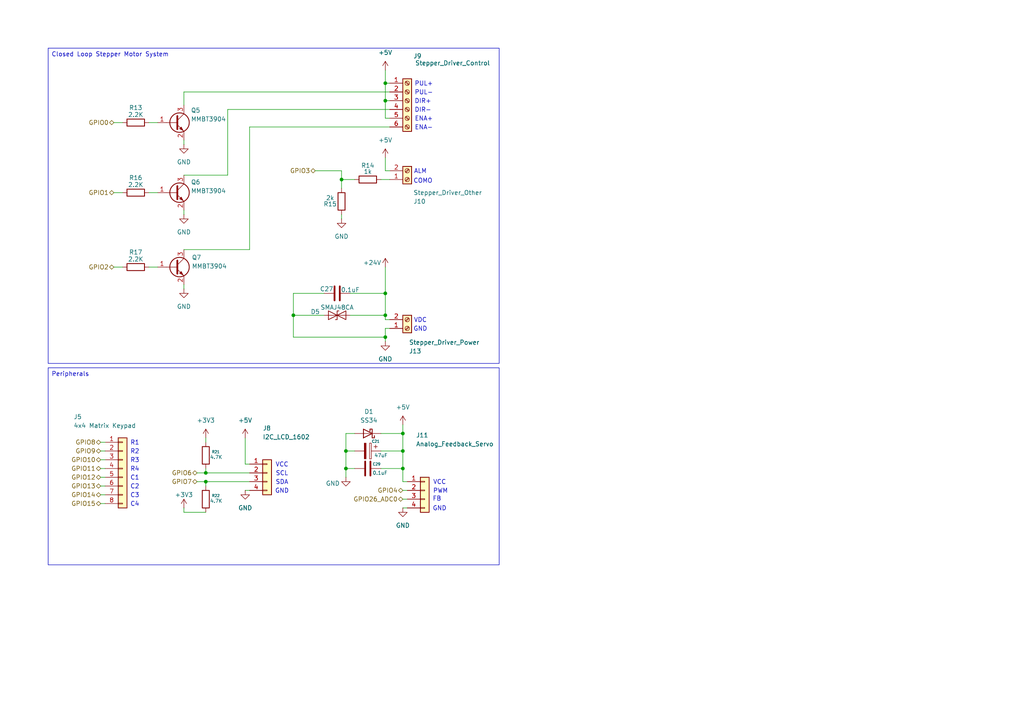
<source format=kicad_sch>
(kicad_sch (version 20250114) (generator "eeschema") (generator_version "9.0")
  (paper "A4")
  (lib_symbols
    (symbol "Connector:Screw_Terminal_01x02" (pin_names (offset 1.016) (hide yes))
      (property "Reference" "J" (at 0 2.54 0))
      (property "Value" "Screw_Terminal_01x02" (at 0 -5.08 0))
      (symbol "Screw_Terminal_01x02_1_1"
        (rectangle (start -1.27 1.27) (end 1.27 -3.81) (stroke (width 0.254)) (fill (type background)))
        (polyline (pts (xy -0.5334 0.3302) (xy 0.3302 -0.508)) (stroke (width 0.1524)))
        (polyline (pts (xy -0.5334 -2.2098) (xy 0.3302 -3.048)) (stroke (width 0.1524)))
        (polyline (pts (xy -0.3556 0.508) (xy 0.508 -0.3302)) (stroke (width 0.1524)))
        (polyline (pts (xy -0.3556 -2.032) (xy 0.508 -2.8702)) (stroke (width 0.1524)))
        (circle (center 0 0) (radius 0.635) (stroke (width 0.1524)))
        (circle (center 0 -2.54) (radius 0.635) (stroke (width 0.1524)))
        (pin passive line (at -5.08 0 0) (length 3.81) (name "Pin_1") (number "1"))
        (pin passive line (at -5.08 -2.54 0) (length 3.81) (name "Pin_2") (number "2"))
      )
    )
    (symbol "Connector:Screw_Terminal_01x06" (pin_names (offset 1.016) (hide yes))
      (property "Reference" "J" (at 0 7.62 0))
      (property "Value" "Screw_Terminal_01x06" (at 0 -10.16 0))
      (symbol "Screw_Terminal_01x06_1_1"
        (rectangle (start -1.27 6.35) (end 1.27 -8.89) (stroke (width 0.254)) (fill (type background)))
        (polyline (pts (xy -0.5334 5.4102) (xy 0.3302 4.572)) (stroke (width 0.1524)))
        (polyline (pts (xy -0.5334 2.8702) (xy 0.3302 2.032)) (stroke (width 0.1524)))
        (polyline (pts (xy -0.5334 0.3302) (xy 0.3302 -0.508)) (stroke (width 0.1524)))
        (polyline (pts (xy -0.5334 -2.2098) (xy 0.3302 -3.048)) (stroke (width 0.1524)))
        (polyline (pts (xy -0.5334 -4.7498) (xy 0.3302 -5.588)) (stroke (width 0.1524)))
        (polyline (pts (xy -0.5334 -7.2898) (xy 0.3302 -8.128)) (stroke (width 0.1524)))
        (polyline (pts (xy -0.3556 5.588) (xy 0.508 4.7498)) (stroke (width 0.1524)))
        (polyline (pts (xy -0.3556 3.048) (xy 0.508 2.2098)) (stroke (width 0.1524)))
        (polyline (pts (xy -0.3556 0.508) (xy 0.508 -0.3302)) (stroke (width 0.1524)))
        (polyline (pts (xy -0.3556 -2.032) (xy 0.508 -2.8702)) (stroke (width 0.1524)))
        (polyline (pts (xy -0.3556 -4.572) (xy 0.508 -5.4102)) (stroke (width 0.1524)))
        (polyline (pts (xy -0.3556 -7.112) (xy 0.508 -7.9502)) (stroke (width 0.1524)))
        (circle (center 0 5.08) (radius 0.635) (stroke (width 0.1524)))
        (circle (center 0 2.54) (radius 0.635) (stroke (width 0.1524)))
        (circle (center 0 0) (radius 0.635) (stroke (width 0.1524)))
        (circle (center 0 -2.54) (radius 0.635) (stroke (width 0.1524)))
        (circle (center 0 -5.08) (radius 0.635) (stroke (width 0.1524)))
        (circle (center 0 -7.62) (radius 0.635) (stroke (width 0.1524)))
        (pin passive line (at -5.08 5.08 0) (length 3.81) (name "Pin_1") (number "1"))
        (pin passive line (at -5.08 2.54 0) (length 3.81) (name "Pin_2") (number "2"))
        (pin passive line (at -5.08 0 0) (length 3.81) (name "Pin_3") (number "3"))
        (pin passive line (at -5.08 -2.54 0) (length 3.81) (name "Pin_4") (number "4"))
        (pin passive line (at -5.08 -5.08 0) (length 3.81) (name "Pin_5") (number "5"))
        (pin passive line (at -5.08 -7.62 0) (length 3.81) (name "Pin_6") (number "6"))
      )
    )
    (symbol "Connector_Generic:Conn_01x04" (pin_names (offset 1.016) (hide yes))
      (property "Reference" "J" (at 0 5.08 0))
      (property "Value" "Conn_01x04" (at 0 -7.62 0))
      (symbol "Conn_01x04_1_1"
        (rectangle (start -1.27 3.81) (end 1.27 -6.35) (stroke (width 0.254)) (fill (type background)))
        (rectangle (start -1.27 2.667) (end 0 2.413) (stroke (width 0.1524)))
        (rectangle (start -1.27 0.127) (end 0 -0.127) (stroke (width 0.1524)))
        (rectangle (start -1.27 -2.413) (end 0 -2.667) (stroke (width 0.1524)))
        (rectangle (start -1.27 -4.953) (end 0 -5.207) (stroke (width 0.1524)))
        (pin passive line (at -5.08 2.54 0) (length 3.81) (name "Pin_1") (number "1"))
        (pin passive line (at -5.08 0 0) (length 3.81) (name "Pin_2") (number "2"))
        (pin passive line (at -5.08 -2.54 0) (length 3.81) (name "Pin_3") (number "3"))
        (pin passive line (at -5.08 -5.08 0) (length 3.81) (name "Pin_4") (number "4"))
      )
    )
    (symbol "Connector_Generic:Conn_01x08" (pin_names (offset 1.016) (hide yes))
      (property "Reference" "J" (at 0 10.16 0))
      (property "Value" "Conn_01x08" (at 0 -12.7 0))
      (symbol "Conn_01x08_1_1"
        (rectangle (start -1.27 8.89) (end 1.27 -11.43) (stroke (width 0.254)) (fill (type background)))
        (rectangle (start -1.27 7.747) (end 0 7.493) (stroke (width 0.1524)))
        (rectangle (start -1.27 5.207) (end 0 4.953) (stroke (width 0.1524)))
        (rectangle (start -1.27 2.667) (end 0 2.413) (stroke (width 0.1524)))
        (rectangle (start -1.27 0.127) (end 0 -0.127) (stroke (width 0.1524)))
        (rectangle (start -1.27 -2.413) (end 0 -2.667) (stroke (width 0.1524)))
        (rectangle (start -1.27 -4.953) (end 0 -5.207) (stroke (width 0.1524)))
        (rectangle (start -1.27 -7.493) (end 0 -7.747) (stroke (width 0.1524)))
        (rectangle (start -1.27 -10.033) (end 0 -10.287) (stroke (width 0.1524)))
        (pin passive line (at -5.08 7.62 0) (length 3.81) (name "Pin_1") (number "1"))
        (pin passive line (at -5.08 5.08 0) (length 3.81) (name "Pin_2") (number "2"))
        (pin passive line (at -5.08 2.54 0) (length 3.81) (name "Pin_3") (number "3"))
        (pin passive line (at -5.08 0 0) (length 3.81) (name "Pin_4") (number "4"))
        (pin passive line (at -5.08 -2.54 0) (length 3.81) (name "Pin_5") (number "5"))
        (pin passive line (at -5.08 -5.08 0) (length 3.81) (name "Pin_6") (number "6"))
        (pin passive line (at -5.08 -7.62 0) (length 3.81) (name "Pin_7") (number "7"))
        (pin passive line (at -5.08 -10.16 0) (length 3.81) (name "Pin_8") (number "8"))
      )
    )
    (symbol "Device:C" (pin_numbers (hide yes)) (pin_names (offset 0.254))
      (property "Reference" "C" (at 0.635 2.54 0))
      (property "Value" "C" (at 0.635 -2.54 0))
      (symbol "C_0_1"
        (polyline (pts (xy -2.032 0.762) (xy 2.032 0.762)) (stroke (width 0.508)))
        (polyline (pts (xy -2.032 -0.762) (xy 2.032 -0.762)) (stroke (width 0.508)))
      )
      (symbol "C_1_1"
        (pin passive line (at 0 3.81 270) (length 2.794) (name "~") (number "1"))
        (pin passive line (at 0 -3.81 90) (length 2.794) (name "~") (number "2"))
      )
    )
    (symbol "Device:C_Polarized" (pin_numbers (hide yes)) (pin_names (offset 0.254))
      (property "Reference" "C" (at 0.635 2.54 0))
      (property "Value" "C_Polarized" (at 0.635 -2.54 0))
      (symbol "C_Polarized_0_1"
        (rectangle (start -2.286 0.508) (end 2.286 1.016))
        (polyline (pts (xy -1.778 2.286) (xy -0.762 2.286)))
        (polyline (pts (xy -1.27 2.794) (xy -1.27 1.778)))
        (rectangle (start 2.286 -0.508) (end -2.286 -1.016) (fill (type outline)))
      )
      (symbol "C_Polarized_1_1"
        (pin passive line (at 0 3.81 270) (length 2.794) (name "~") (number "1"))
        (pin passive line (at 0 -3.81 90) (length 2.794) (name "~") (number "2"))
      )
    )
    (symbol "Device:R" (pin_numbers (hide yes)) (pin_names (offset 0))
      (property "Reference" "R" (at 2.032 0 90))
      (property "Value" "R" (at 0 0 90))
      (symbol "R_0_1"
        (rectangle (start -1.016 -2.54) (end 1.016 2.54) (stroke (width 0.254)))
      )
      (symbol "R_1_1"
        (pin passive line (at 0 3.81 270) (length 1.27) (name "~") (number "1"))
        (pin passive line (at 0 -3.81 90) (length 1.27) (name "~") (number "2"))
      )
    )
    (symbol "Diode:SMAJ48CA" (pin_numbers (hide yes)) (pin_names (offset 1.016) (hide yes))
      (property "Reference" "D" (at 0 2.54 0))
      (property "Value" "SMAJ48CA" (at 0 -2.54 0))
      (symbol "SMAJ48CA_0_1"
        (polyline (pts (xy -2.54 -1.27) (xy 0 0) (xy -2.54 1.27) (xy -2.54 -1.27)) (stroke (width 0.2032)))
        (polyline (pts (xy 0.508 1.27) (xy 0 1.27) (xy 0 -1.27) (xy -0.508 -1.27)) (stroke (width 0.2032)))
        (polyline (pts (xy 1.27 0) (xy -1.27 0)))
        (polyline (pts (xy 2.54 1.27) (xy 2.54 -1.27) (xy 0 0) (xy 2.54 1.27)) (stroke (width 0.2032)))
      )
      (symbol "SMAJ48CA_1_1"
        (pin passive line (at -3.81 0 0) (length 2.54) (name "A1") (number "1"))
        (pin passive line (at 3.81 0 180) (length 2.54) (name "A2") (number "2"))
      )
    )
    (symbol "Diode:SS34" (pin_numbers (hide yes)) (pin_names (offset 1.016) (hide yes))
      (property "Reference" "D" (at 0 2.54 0))
      (property "Value" "SS34" (at 0 -2.54 0))
      (symbol "SS34_0_1"
        (polyline (pts (xy -1.905 0.635) (xy -1.905 1.27) (xy -1.27 1.27) (xy -1.27 -1.27) (xy -0.635 -1.27) (xy -0.635 -0.635)) (stroke (width 0.254)))
        (polyline (pts (xy 1.27 1.27) (xy 1.27 -1.27) (xy -1.27 0) (xy 1.27 1.27)) (stroke (width 0.254)))
        (polyline (pts (xy 1.27 0) (xy -1.27 0)))
      )
      (symbol "SS34_1_1"
        (pin passive line (at -3.81 0 0) (length 2.54) (name "K") (number "1"))
        (pin passive line (at 3.81 0 180) (length 2.54) (name "A") (number "2"))
      )
    )
    (symbol "Transistor_BJT:MMBT3904" (pin_names (offset 0) (hide yes))
      (property "Reference" "Q" (at 5.08 1.905 0))
      (property "Value" "MMBT3904" (at 5.08 0 0))
      (symbol "MMBT3904_0_1"
        (polyline (pts (xy -2.54 0) (xy 0.635 0)))
        (polyline (pts (xy 0.635 1.905) (xy 0.635 -1.905)) (stroke (width 0.508)))
        (circle (center 1.27 0) (radius 2.8194) (stroke (width 0.254)))
      )
      (symbol "MMBT3904_1_1"
        (polyline (pts (xy 0.635 0.635) (xy 2.54 2.54)))
        (polyline (pts (xy 0.635 -0.635) (xy 2.54 -2.54)))
        (polyline (pts (xy 1.27 -1.778) (xy 1.778 -1.27) (xy 2.286 -2.286) (xy 1.27 -1.778)) (fill (type outline)))
        (pin input line (at -5.08 0 0) (length 2.54) (name "B") (number "1"))
        (pin passive line (at 2.54 5.08 270) (length 2.54) (name "C") (number "3"))
        (pin passive line (at 2.54 -5.08 90) (length 2.54) (name "E") (number "2"))
      )
    )
    (symbol "power:+24V" (power) (pin_numbers (hide yes)) (pin_names (offset 0) (hide yes))
      (property "Value" "+24V" (at 0 3.556 0))
      (symbol "+24V_0_1"
        (polyline (pts (xy -0.762 1.27) (xy 0 2.54)))
        (polyline (pts (xy 0 2.54) (xy 0.762 1.27)))
        (polyline (pts (xy 0 0) (xy 0 2.54)))
      )
      (symbol "+24V_1_1"
        (pin power_in line (at 0 0 90) (length 0) (name "~") (number "1"))
      )
    )
    (symbol "power:+3V3" (power) (pin_numbers (hide yes)) (pin_names (offset 0) (hide yes))
      (property "Value" "+3V3" (at 0 3.556 0))
      (symbol "+3V3_0_1"
        (polyline (pts (xy -0.762 1.27) (xy 0 2.54)))
        (polyline (pts (xy 0 2.54) (xy 0.762 1.27)))
        (polyline (pts (xy 0 0) (xy 0 2.54)))
      )
      (symbol "+3V3_1_1"
        (pin power_in line (at 0 0 90) (length 0) (name "~") (number "1"))
      )
    )
    (symbol "power:+5V" (power) (pin_numbers (hide yes)) (pin_names (offset 0) (hide yes))
      (property "Value" "+5V" (at 0 3.556 0))
      (symbol "+5V_0_1"
        (polyline (pts (xy -0.762 1.27) (xy 0 2.54)))
        (polyline (pts (xy 0 2.54) (xy 0.762 1.27)))
        (polyline (pts (xy 0 0) (xy 0 2.54)))
      )
      (symbol "+5V_1_1"
        (pin power_in line (at 0 0 90) (length 0) (name "~") (number "1"))
      )
    )
    (symbol "power:GND" (power) (pin_numbers (hide yes)) (pin_names (offset 0) (hide yes))
      (property "Value" "GND" (at 0 -3.81 0))
      (symbol "GND_0_1"
        (polyline (pts (xy 0 0) (xy 0 -1.27) (xy 1.27 -1.27) (xy 0 -2.54) (xy -1.27 -1.27) (xy 0 -1.27)))
      )
      (symbol "GND_1_1"
        (pin power_in line (at 0 0 270) (length 0) (name "~") (number "1"))
      )
    )
  )
  (text "VCC" (at 81.788 134.874 0) (effects (font (size 1.27 1.27))))
  (text "SDA" (at 81.788 139.954 0) (effects (font (size 1.27 1.27))))
  (text "C1" (at 39.116 138.684 0) (effects (font (size 1.27 1.27))))
  (text "COMO" (at 122.682 52.578 0) (effects (font (size 1.27 1.27))))
  (text "GND" (at 81.788 142.494 0) (effects (font (size 1.27 1.27))))
  (text "FB" (at 126.746 144.78 0) (effects (font (size 1.27 1.27))))
  (text "DIR-" (at 122.682 32.004 0) (effects (font (size 1.27 1.27))))
  (text "SCL" (at 81.788 137.414 0) (effects (font (size 1.27 1.27))))
  (text "PWM" (at 127.762 142.494 0) (effects (font (size 1.27 1.27))))
  (text "C2" (at 39.116 141.224 0) (effects (font (size 1.27 1.27))))
  (text "PUL+" (at 122.936 24.384 0) (effects (font (size 1.27 1.27))))
  (text "VCC" (at 127.508 139.954 0) (effects (font (size 1.27 1.27))))
  (text "C4" (at 39.116 146.304 0) (effects (font (size 1.27 1.27))))
  (text "R2" (at 39.116 131.064 0) (effects (font (size 1.27 1.27))))
  (text "DIR+" (at 122.682 29.464 0) (effects (font (size 1.27 1.27))))
  (text "ENA+" (at 122.936 34.544 0) (effects (font (size 1.27 1.27))))
  (text "ENA-" (at 122.936 37.084 0) (effects (font (size 1.27 1.27))))
  (text "R4" (at 39.116 136.144 0) (effects (font (size 1.27 1.27))))
  (text "ALM" (at 121.92 49.784 0) (effects (font (size 1.27 1.27))))
  (text "GND" (at 121.92 95.504 0) (effects (font (size 1.27 1.27))))
  (text "C3" (at 39.116 143.764 0) (effects (font (size 1.27 1.27))))
  (text "GND" (at 127.508 147.574 0) (effects (font (size 1.27 1.27))))
  (text "R3" (at 39.116 133.604 0) (effects (font (size 1.27 1.27))))
  (text "R1" (at 39.116 128.524 0) (effects (font (size 1.27 1.27))))
  (text "VDC" (at 121.92 92.964 0) (effects (font (size 1.27 1.27))))
  (text "PUL-" (at 122.936 26.924 0) (effects (font (size 1.27 1.27))))
  (text_box "Peripherals" (at 13.97 106.68 0) (size 130.81 57.15) (margins 0.9525 0.9525 0.9525 0.9525) (effects (font (size 1.27 1.27)) (justify left top)))
  (text_box "Closed Loop Stepper Motor System" (at 13.97 13.97 0) (size 130.81 91.44) (margins 0.9525 0.9525 0.9525 0.9525) (effects (font (size 1.27 1.27)) (justify left top)))
  (junction (at 111.76 24.13))
  (junction (at 99.06 52.07))
  (junction (at 59.69 139.7))
  (junction (at 111.76 85.09))
  (junction (at 116.84 130.81))
  (junction (at 85.09 91.44))
  (junction (at 111.76 29.21))
  (junction (at 116.84 125.73))
  (junction (at 59.69 137.16))
  (junction (at 111.76 91.44))
  (junction (at 116.84 135.89))
  (junction (at 111.76 97.79))
  (junction (at 100.33 130.81))
  (junction (at 100.33 135.89))
  (wire (pts (xy 116.84 147.32) (xy 118.11 147.32)))
  (wire (pts (xy 43.18 77.47) (xy 45.72 77.47)))
  (wire (pts (xy 29.21 133.35) (xy 30.48 133.35)))
  (wire (pts (xy 53.34 26.67) (xy 113.03 26.67)))
  (wire (pts (xy 111.76 45.72) (xy 111.76 49.53)))
  (wire (pts (xy 111.76 34.29) (xy 113.03 34.29)))
  (wire (pts (xy 111.76 29.21) (xy 113.03 29.21)))
  (wire (pts (xy 53.34 50.8) (xy 66.04 50.8)))
  (wire (pts (xy 116.84 130.81) (xy 116.84 135.89)))
  (wire (pts (xy 72.39 134.62) (xy 71.12 134.62)))
  (wire (pts (xy 57.15 139.7) (xy 59.69 139.7)))
  (wire (pts (xy 111.76 91.44) (xy 111.76 92.71)))
  (wire (pts (xy 29.21 128.27) (xy 30.48 128.27)))
  (wire (pts (xy 66.04 31.75) (xy 113.03 31.75)))
  (wire (pts (xy 101.6 85.09) (xy 111.76 85.09)))
  (wire (pts (xy 43.18 35.56) (xy 45.72 35.56)))
  (wire (pts (xy 100.33 130.81) (xy 100.33 135.89)))
  (wire (pts (xy 72.39 36.83) (xy 72.39 72.39)))
  (wire (pts (xy 99.06 54.61) (xy 99.06 52.07)))
  (wire (pts (xy 59.69 127) (xy 59.69 128.27)))
  (wire (pts (xy 59.69 137.16) (xy 72.39 137.16)))
  (wire (pts (xy 59.69 135.89) (xy 59.69 137.16)))
  (wire (pts (xy 111.76 99.06) (xy 111.76 97.79)))
  (wire (pts (xy 116.84 144.78) (xy 118.11 144.78)))
  (wire (pts (xy 110.49 130.81) (xy 116.84 130.81)))
  (wire (pts (xy 33.02 35.56) (xy 35.56 35.56)))
  (wire (pts (xy 43.18 55.88) (xy 45.72 55.88)))
  (wire (pts (xy 91.44 49.53) (xy 99.06 49.53)))
  (wire (pts (xy 102.87 125.73) (xy 100.33 125.73)))
  (wire (pts (xy 99.06 52.07) (xy 99.06 49.53)))
  (wire (pts (xy 116.84 125.73) (xy 116.84 130.81)))
  (wire (pts (xy 93.98 91.44) (xy 85.09 91.44)))
  (wire (pts (xy 53.34 40.64) (xy 53.34 41.91)))
  (wire (pts (xy 53.34 147.32) (xy 53.34 148.59)))
  (wire (pts (xy 29.21 140.97) (xy 30.48 140.97)))
  (wire (pts (xy 33.02 77.47) (xy 35.56 77.47)))
  (wire (pts (xy 111.76 49.53) (xy 113.03 49.53)))
  (wire (pts (xy 110.49 52.07) (xy 113.03 52.07)))
  (wire (pts (xy 29.21 143.51) (xy 30.48 143.51)))
  (wire (pts (xy 111.76 24.13) (xy 113.03 24.13)))
  (wire (pts (xy 102.87 130.81) (xy 100.33 130.81)))
  (wire (pts (xy 29.21 138.43) (xy 30.48 138.43)))
  (wire (pts (xy 66.04 31.75) (xy 66.04 50.8)))
  (wire (pts (xy 111.76 20.32) (xy 111.76 24.13)))
  (wire (pts (xy 111.76 97.79) (xy 111.76 95.25)))
  (wire (pts (xy 85.09 91.44) (xy 85.09 97.79)))
  (wire (pts (xy 111.76 85.09) (xy 111.76 91.44)))
  (wire (pts (xy 100.33 135.89) (xy 102.87 135.89)))
  (wire (pts (xy 53.34 26.67) (xy 53.34 30.48)))
  (wire (pts (xy 59.69 139.7) (xy 59.69 140.97)))
  (wire (pts (xy 110.49 135.89) (xy 116.84 135.89)))
  (wire (pts (xy 85.09 97.79) (xy 111.76 97.79)))
  (wire (pts (xy 111.76 95.25) (xy 113.03 95.25)))
  (wire (pts (xy 93.98 85.09) (xy 85.09 85.09)))
  (wire (pts (xy 111.76 92.71) (xy 113.03 92.71)))
  (wire (pts (xy 59.69 139.7) (xy 72.39 139.7)))
  (wire (pts (xy 53.34 82.55) (xy 53.34 83.82)))
  (wire (pts (xy 33.02 55.88) (xy 35.56 55.88)))
  (wire (pts (xy 53.34 60.96) (xy 53.34 62.23)))
  (wire (pts (xy 29.21 146.05) (xy 30.48 146.05)))
  (wire (pts (xy 29.21 130.81) (xy 30.48 130.81)))
  (wire (pts (xy 100.33 135.89) (xy 100.33 138.43)))
  (wire (pts (xy 100.33 125.73) (xy 100.33 130.81)))
  (wire (pts (xy 116.84 135.89) (xy 116.84 139.7)))
  (wire (pts (xy 85.09 85.09) (xy 85.09 91.44)))
  (wire (pts (xy 99.06 52.07) (xy 102.87 52.07)))
  (wire (pts (xy 53.34 148.59) (xy 59.69 148.59)))
  (wire (pts (xy 116.84 142.24) (xy 118.11 142.24)))
  (wire (pts (xy 116.84 139.7) (xy 118.11 139.7)))
  (wire (pts (xy 111.76 24.13) (xy 111.76 29.21)))
  (wire (pts (xy 72.39 36.83) (xy 113.03 36.83)))
  (wire (pts (xy 53.34 72.39) (xy 72.39 72.39)))
  (wire (pts (xy 71.12 142.24) (xy 72.39 142.24)))
  (wire (pts (xy 99.06 62.23) (xy 99.06 63.5)))
  (wire (pts (xy 116.84 123.19) (xy 116.84 125.73)))
  (wire (pts (xy 110.49 125.73) (xy 116.84 125.73)))
  (wire (pts (xy 57.15 137.16) (xy 59.69 137.16)))
  (wire (pts (xy 111.76 29.21) (xy 111.76 34.29)))
  (wire (pts (xy 71.12 127) (xy 71.12 134.62)))
  (wire (pts (xy 29.21 135.89) (xy 30.48 135.89)))
  (wire (pts (xy 101.6 91.44) (xy 111.76 91.44)))
  (wire (pts (xy 111.76 77.47) (xy 111.76 85.09)))
  (hierarchical_label "GPIO12" (shape bidirectional) (at 29.21 138.43 180))
  (hierarchical_label "GPIO13" (shape bidirectional) (at 29.21 140.97 180))
  (hierarchical_label "GPIO11" (shape bidirectional) (at 29.21 135.89 180))
  (hierarchical_label "GPIO9" (shape bidirectional) (at 29.21 130.81 180))
  (hierarchical_label "GPIO1" (shape bidirectional) (at 33.02 55.88 180))
  (hierarchical_label "GPIO2" (shape bidirectional) (at 33.02 77.47 180))
  (hierarchical_label "GPIO15" (shape bidirectional) (at 29.21 146.05 180))
  (hierarchical_label "GPIO6" (shape bidirectional) (at 57.15 137.16 180))
  (hierarchical_label "GPIO10" (shape bidirectional) (at 29.21 133.35 180))
  (hierarchical_label "GPIO26_ADC0" (shape bidirectional) (at 116.84 144.78 180))
  (hierarchical_label "GPIO4" (shape bidirectional) (at 116.84 142.24 180))
  (hierarchical_label "GPIO8" (shape bidirectional) (at 29.21 128.27 180))
  (hierarchical_label "GPIO3" (shape bidirectional) (at 91.44 49.53 180))
  (hierarchical_label "GPIO7" (shape bidirectional) (at 57.15 139.7 180))
  (hierarchical_label "GPIO14" (shape bidirectional) (at 29.21 143.51 180))
  (hierarchical_label "GPIO0" (shape bidirectional) (at 33.02 35.56 180))
  (symbol (lib_id "Device:R") (at 59.69 144.78 180) (unit 1)
    (property "Reference" "R22" (at 63.754 143.764 0) (effects (font (size 0.762 0.762)) (justify left)))
    (property "Value" "4.7K" (at 64.516 145.288 0) (effects (font (size 1.016 1.016)) (justify left)))
    (property "Footprint" "Resistor_SMD:R_0402_1005Metric" (effects (hide yes)))
    (property "Description" "Resistor" (effects (hide yes)))
  )
  (symbol (lib_id "power:GND") (at 116.84 147.32 0) (unit 1)
    (property "Reference" "#PWR032" (effects (hide yes)))
    (property "Value" "GND" (at 116.84 152.4 0))
    (property "Description" "Power symbol creates a global label with name \"GND\" , ground" (effects (hide yes)))
  )
  (symbol (lib_id "Device:R") (at 39.37 77.47 90) (unit 1)
    (property "Reference" "R17" (at 39.37 73.152 90))
    (property "Value" "2.2K" (at 39.37 75.184 90))
    (property "Footprint" "Resistor_SMD:R_0402_1005Metric" (effects (hide yes)))
    (property "Description" "Resistor" (effects (hide yes)))
  )
  (symbol (lib_id "Device:R") (at 59.69 132.08 180) (unit 1)
    (property "Reference" "R21" (at 63.754 131.064 0) (effects (font (size 0.762 0.762)) (justify left)))
    (property "Value" "4.7K" (at 64.516 132.588 0) (effects (font (size 1.016 1.016)) (justify left)))
    (property "Footprint" "Resistor_SMD:R_0402_1005Metric" (effects (hide yes)))
    (property "Description" "Resistor" (effects (hide yes)))
  )
  (symbol (lib_id "Connector:Screw_Terminal_01x02") (at 118.11 52.07 0) (mirror x) (unit 1)
    (property "Reference" "J10" (at 119.888 58.42 0) (effects (justify left)))
    (property "Value" "Stepper_Driver_Other" (at 119.888 55.88 0) (effects (justify left)))
    (property "Footprint" "TerminalBlock_Phoenix:TerminalBlock_Phoenix_MKDS-1,5-2-5.08_1x02_P5.08mm_Horizontal" (effects (hide yes)))
    (property "Description" "Generic screw terminal, single row, 01x02, script generated (kicad-library-utils/schlib/autogen/connector/)" (effects (hide yes)))
  )
  (symbol (lib_id "Transistor_BJT:MMBT3904") (at 50.8 55.88 0) (unit 1)
    (property "Reference" "Q6" (at 55.372 52.832 0) (effects (justify left)))
    (property "Value" "MMBT3904" (at 55.372 55.372 0) (effects (justify left)))
    (property "Footprint" "Package_TO_SOT_SMD:SOT-23" (effects (hide yes)))
    (property "Datasheet" "https://www.onsemi.com/pdf/datasheet/pzt3904-d.pdf" (effects (hide yes)))
    (property "Description" "0.2A Ic, 40V Vce, Small Signal NPN Transistor, SOT-23" (effects (hide yes)))
  )
  (symbol (lib_id "power:+5V") (at 111.76 20.32 0) (unit 1)
    (property "Reference" "#PWR056" (effects (hide yes)))
    (property "Value" "+5V" (at 111.76 15.24 0))
    (property "Description" "Power symbol creates a global label with name \"+5V\"" (effects (hide yes)))
  )
  (symbol (lib_id "power:GND") (at 99.06 63.5 0) (unit 1)
    (property "Reference" "#PWR047" (effects (hide yes)))
    (property "Value" "GND" (at 99.06 68.58 0))
    (property "Description" "Power symbol creates a global label with name \"GND\" , ground" (effects (hide yes)))
  )
  (symbol (lib_id "power:GND") (at 53.34 62.23 0) (unit 1)
    (property "Reference" "#PWR046" (effects (hide yes)))
    (property "Value" "GND" (at 53.34 67.31 0))
    (property "Description" "Power symbol creates a global label with name \"GND\" , ground" (effects (hide yes)))
  )
  (symbol (lib_id "power:+5V") (at 116.84 123.19 0) (unit 1)
    (property "Reference" "#PWR043" (effects (hide yes)))
    (property "Value" "+5V" (at 116.84 118.11 0))
    (property "Description" "Power symbol creates a global label with name \"+5V\"" (effects (hide yes)))
  )
  (symbol (lib_id "power:GND") (at 53.34 83.82 0) (unit 1)
    (property "Reference" "#PWR052" (effects (hide yes)))
    (property "Value" "GND" (at 53.34 88.9 0))
    (property "Description" "Power symbol creates a global label with name \"GND\" , ground" (effects (hide yes)))
  )
  (symbol (lib_id "power:+5V") (at 71.12 127 0) (unit 1)
    (property "Reference" "#PWR038" (effects (hide yes)))
    (property "Value" "+5V" (at 71.12 121.92 0))
    (property "Description" "Power symbol creates a global label with name \"+5V\"" (effects (hide yes)))
  )
  (symbol (lib_id "Connector_Generic:Conn_01x04") (at 123.19 142.24 0) (unit 1)
    (property "Reference" "J11" (at 120.65 126.238 0) (effects (justify left)))
    (property "Value" "Analog_Feedback_Servo" (at 120.65 128.778 0) (effects (justify left)))
    (property "Footprint" "Connector_PinHeader_2.54mm:PinHeader_1x04_P2.54mm_Vertical" (effects (hide yes)))
    (property "Description" "Generic connector, single row, 01x04, script generated (kicad-library-utils/schlib/autogen/connector/)" (effects (hide yes)))
  )
  (symbol (lib_id "Device:C_Polarized") (at 106.68 130.81 270) (unit 1)
    (property "Reference" "C21" (at 108.966 128.016 90) (effects (font (size 0.762 0.762))))
    (property "Value" "47uF" (at 110.49 132.08 90) (effects (font (size 1.016 1.016))))
    (property "Footprint" "Capacitor_SMD:C_0805_2012Metric" (effects (hide yes)))
    (property "Description" "Polarized capacitor" (effects (hide yes)))
  )
  (symbol (lib_id "power:GND") (at 100.33 138.43 0) (unit 1)
    (property "Reference" "#PWR034" (effects (hide yes)))
    (property "Value" "GND" (at 96.52 140.208 0))
    (property "Description" "Power symbol creates a global label with name \"GND\" , ground" (effects (hide yes)))
  )
  (symbol (lib_id "Device:C") (at 106.68 135.89 90) (unit 1)
    (property "Reference" "C29" (at 109.22 134.62 90) (effects (font (size 0.762 0.762))))
    (property "Value" "0.1uF" (at 110.236 137.16 90) (effects (font (size 1.016 1.016))))
    (property "Footprint" "Capacitor_SMD:C_0402_1005Metric" (effects (hide yes)))
    (property "Description" "Unpolarized capacitor" (effects (hide yes)))
  )
  (symbol (lib_id "power:+3V3") (at 53.34 147.32 0) (unit 1)
    (property "Reference" "#PWR030" (effects (hide yes)))
    (property "Value" "+3V3" (at 53.34 143.51 0))
    (property "Description" "Power symbol creates a global label with name \"+3V3\"" (effects (hide yes)))
  )
  (symbol (lib_id "Device:R") (at 39.37 55.88 90) (unit 1)
    (property "Reference" "R16" (at 39.37 51.562 90))
    (property "Value" "2.2K" (at 39.37 53.594 90))
    (property "Footprint" "Resistor_SMD:R_0402_1005Metric" (effects (hide yes)))
    (property "Description" "Resistor" (effects (hide yes)))
  )
  (symbol (lib_id "Connector_Generic:Conn_01x04") (at 77.47 137.16 0) (unit 1)
    (property "Reference" "J8" (at 76.2 124.206 0) (effects (justify left)))
    (property "Value" "I2C_LCD_1602" (at 76.2 126.746 0) (effects (justify left)))
    (property "Footprint" "Connector_PinHeader_2.54mm:PinHeader_1x04_P2.54mm_Vertical" (effects (hide yes)))
    (property "Description" "Generic connector, single row, 01x04, script generated (kicad-library-utils/schlib/autogen/connector/)" (effects (hide yes)))
  )
  (symbol (lib_id "power:+5V") (at 111.76 45.72 0) (unit 1)
    (property "Reference" "#PWR045" (effects (hide yes)))
    (property "Value" "+5V" (at 111.76 40.64 0))
    (property "Description" "Power symbol creates a global label with name \"+5V\"" (effects (hide yes)))
  )
  (symbol (lib_id "power:+3V3") (at 59.69 127 0) (unit 1)
    (property "Reference" "#PWR031" (effects (hide yes)))
    (property "Value" "+3V3" (at 59.69 121.92 0))
    (property "Description" "Power symbol creates a global label with name \"+3V3\"" (effects (hide yes)))
  )
  (symbol (lib_id "power:GND") (at 71.12 142.24 0) (unit 1)
    (property "Reference" "#PWR029" (effects (hide yes)))
    (property "Value" "GND" (at 71.12 147.32 0))
    (property "Description" "Power symbol creates a global label with name \"GND\" , ground" (effects (hide yes)))
  )
  (symbol (lib_id "Device:C") (at 97.79 85.09 90) (unit 1)
    (property "Reference" "C27" (at 94.742 83.82 90))
    (property "Value" "0.1uF" (at 101.6 84.074 90))
    (property "Footprint" "Capacitor_SMD:C_0402_1005Metric" (effects (hide yes)))
    (property "Description" "Unpolarized capacitor" (effects (hide yes)))
  )
  (symbol (lib_id "Connector:Screw_Terminal_01x06") (at 118.11 29.21 0) (unit 1)
    (property "Reference" "J9" (at 119.888 16.256 0) (effects (justify left)))
    (property "Value" "Stepper_Driver_Control" (at 120.396 18.288 0) (effects (justify left)))
    (property "Footprint" "TerminalBlock_Phoenix:TerminalBlock_Phoenix_MKDS-1,5-6-5.08_1x06_P5.08mm_Horizontal" (effects (hide yes)))
    (property "Description" "Generic screw terminal, single row, 01x06, script generated (kicad-library-utils/schlib/autogen/connector/)" (effects (hide yes)))
  )
  (symbol (lib_id "Diode:SS34") (at 106.68 125.73 180) (unit 1)
    (property "Reference" "D1" (at 106.9975 119.38 0))
    (property "Value" "SS34" (at 106.9975 121.92 0))
    (property "Footprint" "Diode_SMD:D_SMA" (effects (hide yes)))
    (property "Datasheet" "https://www.vishay.com/docs/88751/ss32.pdf" (effects (hide yes)))
    (property "Description" "40V 3A Schottky Diode, SMA" (effects (hide yes)))
  )
  (symbol (lib_id "Device:R") (at 106.68 52.07 90) (unit 1)
    (property "Reference" "R14" (at 106.68 48.006 90))
    (property "Value" "1k" (at 106.68 49.784 90))
    (property "Footprint" "Resistor_SMD:R_0402_1005Metric" (effects (hide yes)))
    (property "Description" "Resistor" (effects (hide yes)))
  )
  (symbol (lib_id "Connector:Screw_Terminal_01x02") (at 118.11 95.25 0) (mirror x) (unit 1)
    (property "Reference" "J13" (at 118.618 101.854 0) (effects (justify left)))
    (property "Value" "Stepper_Driver_Power" (at 118.618 99.314 0) (effects (justify left)))
    (property "Footprint" "TerminalBlock_Phoenix:TerminalBlock_Phoenix_MKDS-1,5-2-5.08_1x02_P5.08mm_Horizontal" (effects (hide yes)))
    (property "Description" "Generic screw terminal, single row, 01x02, script generated (kicad-library-utils/schlib/autogen/connector/)" (effects (hide yes)))
  )
  (symbol (lib_id "power:GND") (at 53.34 41.91 0) (unit 1)
    (property "Reference" "#PWR044" (effects (hide yes)))
    (property "Value" "GND" (at 53.34 46.99 0))
    (property "Description" "Power symbol creates a global label with name \"GND\" , ground" (effects (hide yes)))
  )
  (symbol (lib_id "Transistor_BJT:MMBT3904") (at 50.8 35.56 0) (unit 1)
    (property "Reference" "Q5" (at 55.372 32.004 0) (effects (justify left)))
    (property "Value" "MMBT3904" (at 55.372 34.544 0) (effects (justify left)))
    (property "Footprint" "Package_TO_SOT_SMD:SOT-23" (effects (hide yes)))
    (property "Datasheet" "https://www.onsemi.com/pdf/datasheet/pzt3904-d.pdf" (effects (hide yes)))
    (property "Description" "0.2A Ic, 40V Vce, Small Signal NPN Transistor, SOT-23" (effects (hide yes)))
  )
  (symbol (lib_id "Device:R") (at 99.06 58.42 180) (unit 1)
    (property "Reference" "R15" (at 95.758 59.182 0))
    (property "Value" "2k" (at 95.758 57.404 0))
    (property "Footprint" "Resistor_SMD:R_0402_1005Metric" (effects (hide yes)))
    (property "Description" "Resistor" (effects (hide yes)))
  )
  (symbol (lib_id "Transistor_BJT:MMBT3904") (at 50.8 77.47 0) (unit 1)
    (property "Reference" "Q7" (at 55.626 74.676 0) (effects (justify left)))
    (property "Value" "MMBT3904" (at 55.626 77.216 0) (effects (justify left)))
    (property "Footprint" "Package_TO_SOT_SMD:SOT-23" (effects (hide yes)))
    (property "Datasheet" "https://www.onsemi.com/pdf/datasheet/pzt3904-d.pdf" (effects (hide yes)))
    (property "Description" "0.2A Ic, 40V Vce, Small Signal NPN Transistor, SOT-23" (effects (hide yes)))
  )
  (symbol (lib_id "Device:R") (at 39.37 35.56 90) (unit 1)
    (property "Reference" "R13" (at 39.37 31.242 90))
    (property "Value" "2.2K" (at 39.37 33.274 90))
    (property "Footprint" "Resistor_SMD:R_0402_1005Metric" (effects (hide yes)))
    (property "Description" "Resistor" (effects (hide yes)))
  )
  (symbol (lib_id "Connector_Generic:Conn_01x08") (at 35.56 135.89 0) (unit 1)
    (property "Reference" "J5" (at 21.336 120.904 0) (effects (justify left)))
    (property "Value" "4x4 Matrix Keypad" (at 21.336 123.444 0) (effects (justify left)))
    (property "Footprint" "Connector_PinHeader_2.54mm:PinHeader_1x08_P2.54mm_Vertical" (effects (hide yes)))
    (property "Description" "Generic connector, single row, 01x08, script generated (kicad-library-utils/schlib/autogen/connector/)" (effects (hide yes)))
  )
  (symbol (lib_id "power:GND") (at 111.76 99.06 0) (unit 1)
    (property "Reference" "#PWR059" (effects (hide yes)))
    (property "Value" "GND" (at 111.76 104.14 0))
    (property "Description" "Power symbol creates a global label with name \"GND\" , ground" (effects (hide yes)))
  )
  (symbol (lib_id "power:+24V") (at 111.76 77.47 0) (unit 1)
    (property "Reference" "#PWR058" (effects (hide yes)))
    (property "Value" "+24V" (at 107.95 76.2 0))
    (property "Description" "Power symbol creates a global label with name \"+24V\"" (effects (hide yes)))
  )
  (symbol (lib_id "Diode:SMAJ48CA") (at 97.79 91.44 0) (unit 1)
    (property "Reference" "D5" (at 91.44 90.424 0))
    (property "Value" "SMAJ48CA" (at 97.79 89.154 0))
    (property "Footprint" "Diode_SMD:D_SMA" (effects (hide yes)))
    (property "Datasheet" "https://www.littelfuse.com/media?resourcetype=datasheets&itemid=75e32973-b177-4ee3-a0ff-cedaf1abdb93&filename=smaj-datasheet" (effects (hide yes)))
    (property "Description" "400W bidirectional Transient Voltage Suppressor, 48.0Vr, SMA(DO-214AC)" (effects (hide yes)))
  )
)
</source>
